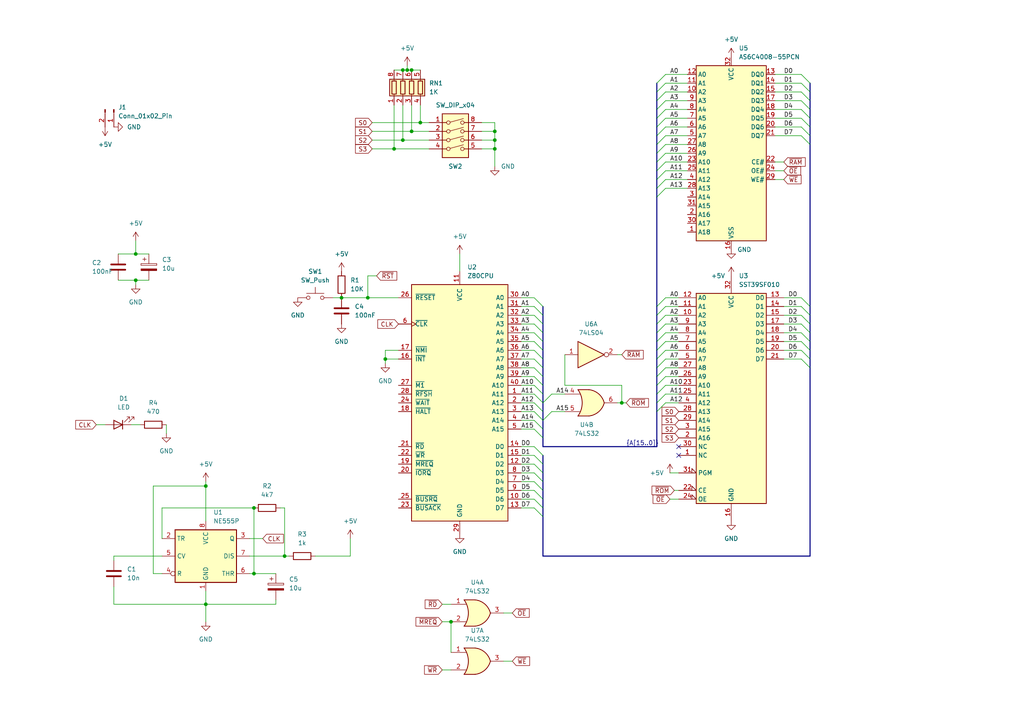
<source format=kicad_sch>
(kicad_sch (version 20230121) (generator eeschema)
  (paper "A4")
  (lib_symbols
    (symbol "74xx:74LS04"
      (property "Reference" "U" (at 0 1.27 0))
      (property "Value" "74LS04" (at 0 -1.27 0))
      (symbol "74LS04_1_0"
        (pin input line (at -7.62 0 0) (length 3.81) (name "~") (number "1"))
        (pin output inverted (at 7.62 0 180) (length 3.81) (name "~") (number "2"))
      )
      (symbol "74LS04_2_0"
        (pin input line (at -7.62 0 0) (length 3.81) (name "~") (number "3"))
        (pin output inverted (at 7.62 0 180) (length 3.81) (name "~") (number "4"))
      )
      (symbol "74LS04_3_0"
        (pin input line (at -7.62 0 0) (length 3.81) (name "~") (number "5"))
        (pin output inverted (at 7.62 0 180) (length 3.81) (name "~") (number "6"))
      )
      (symbol "74LS04_4_0"
        (pin output inverted (at 7.62 0 180) (length 3.81) (name "~") (number "8"))
        (pin input line (at -7.62 0 0) (length 3.81) (name "~") (number "9"))
      )
      (symbol "74LS04_5_0"
        (pin output inverted (at 7.62 0 180) (length 3.81) (name "~") (number "10"))
        (pin input line (at -7.62 0 0) (length 3.81) (name "~") (number "11"))
      )
      (symbol "74LS04_6_0"
        (pin output inverted (at 7.62 0 180) (length 3.81) (name "~") (number "12"))
        (pin input line (at -7.62 0 0) (length 3.81) (name "~") (number "13"))
      )
      (symbol "74LS04_7_0"
        (pin power_in line (at 0 12.7 270) (length 5.08) (name "VCC") (number "14"))
        (pin power_in line (at 0 -12.7 90) (length 5.08) (name "GND") (number "7"))
      )
    )
    (symbol "74xx:74LS32" (pin_names (offset 1.016))
      (property "Reference" "U" (at 0 1.27 0))
      (property "Value" "74LS32" (at 0 -1.27 0))
      (symbol "74LS32_1_1"
        (pin input line (at -7.62 2.54 0) (length 4.318) (name "~") (number "1"))
        (pin input line (at -7.62 -2.54 0) (length 4.318) (name "~") (number "2"))
        (pin output line (at 7.62 0 180) (length 3.81) (name "~") (number "3"))
      )
      (symbol "74LS32_1_2"
        (pin input inverted (at -7.62 2.54 0) (length 3.81) (name "~") (number "1"))
        (pin input inverted (at -7.62 -2.54 0) (length 3.81) (name "~") (number "2"))
        (pin output inverted (at 7.62 0 180) (length 3.81) (name "~") (number "3"))
      )
      (symbol "74LS32_2_1"
        (pin input line (at -7.62 2.54 0) (length 4.318) (name "~") (number "4"))
        (pin input line (at -7.62 -2.54 0) (length 4.318) (name "~") (number "5"))
        (pin output line (at 7.62 0 180) (length 3.81) (name "~") (number "6"))
      )
      (symbol "74LS32_2_2"
        (pin input inverted (at -7.62 2.54 0) (length 3.81) (name "~") (number "4"))
        (pin input inverted (at -7.62 -2.54 0) (length 3.81) (name "~") (number "5"))
        (pin output inverted (at 7.62 0 180) (length 3.81) (name "~") (number "6"))
      )
      (symbol "74LS32_3_1"
        (pin input line (at -7.62 -2.54 0) (length 4.318) (name "~") (number "10"))
        (pin output line (at 7.62 0 180) (length 3.81) (name "~") (number "8"))
        (pin input line (at -7.62 2.54 0) (length 4.318) (name "~") (number "9"))
      )
      (symbol "74LS32_3_2"
        (pin input inverted (at -7.62 -2.54 0) (length 3.81) (name "~") (number "10"))
        (pin output inverted (at 7.62 0 180) (length 3.81) (name "~") (number "8"))
        (pin input inverted (at -7.62 2.54 0) (length 3.81) (name "~") (number "9"))
      )
      (symbol "74LS32_4_1"
        (pin output line (at 7.62 0 180) (length 3.81) (name "~") (number "11"))
        (pin input line (at -7.62 2.54 0) (length 4.318) (name "~") (number "12"))
        (pin input line (at -7.62 -2.54 0) (length 4.318) (name "~") (number "13"))
      )
      (symbol "74LS32_4_2"
        (pin output inverted (at 7.62 0 180) (length 3.81) (name "~") (number "11"))
        (pin input inverted (at -7.62 2.54 0) (length 3.81) (name "~") (number "12"))
        (pin input inverted (at -7.62 -2.54 0) (length 3.81) (name "~") (number "13"))
      )
      (symbol "74LS32_5_0"
        (pin power_in line (at 0 12.7 270) (length 5.08) (name "VCC") (number "14"))
        (pin power_in line (at 0 -12.7 90) (length 5.08) (name "GND") (number "7"))
      )
    )
    (symbol "CPU:Z80CPU" (pin_names (offset 1.016))
      (property "Reference" "U" (at -13.97 35.56 0))
      (property "Value" "Z80CPU" (at 6.35 35.56 0))
      (symbol "Z80CPU_1_1"
        (pin output line (at 17.78 2.54 180) (length 3.81) (name "A11") (number "1"))
        (pin bidirectional line (at 17.78 -27.94 180) (length 3.81) (name "D6") (number "10"))
        (pin power_in line (at 0 38.1 270) (length 3.81) (name "VCC") (number "11"))
        (pin bidirectional line (at 17.78 -17.78 180) (length 3.81) (name "D2") (number "12"))
        (pin bidirectional line (at 17.78 -30.48 180) (length 3.81) (name "D7") (number "13"))
        (pin bidirectional line (at 17.78 -12.7 180) (length 3.81) (name "D0") (number "14"))
        (pin bidirectional line (at 17.78 -15.24 180) (length 3.81) (name "D1") (number "15"))
        (pin input line (at -17.78 12.7 0) (length 3.81) (name "~{INT}") (number "16"))
        (pin input line (at -17.78 15.24 0) (length 3.81) (name "~{NMI}") (number "17"))
        (pin output line (at -17.78 -2.54 0) (length 3.81) (name "~{HALT}") (number "18"))
        (pin output line (at -17.78 -17.78 0) (length 3.81) (name "~{MREQ}") (number "19"))
        (pin output line (at 17.78 0 180) (length 3.81) (name "A12") (number "2"))
        (pin output line (at -17.78 -20.32 0) (length 3.81) (name "~{IORQ}") (number "20"))
        (pin output line (at -17.78 -12.7 0) (length 3.81) (name "~{RD}") (number "21"))
        (pin output line (at -17.78 -15.24 0) (length 3.81) (name "~{WR}") (number "22"))
        (pin output line (at -17.78 -30.48 0) (length 3.81) (name "~{BUSACK}") (number "23"))
        (pin input line (at -17.78 0 0) (length 3.81) (name "~{WAIT}") (number "24"))
        (pin input line (at -17.78 -27.94 0) (length 3.81) (name "~{BUSRQ}") (number "25"))
        (pin input line (at -17.78 30.48 0) (length 3.81) (name "~{RESET}") (number "26"))
        (pin output line (at -17.78 5.08 0) (length 3.81) (name "~{M1}") (number "27"))
        (pin output line (at -17.78 2.54 0) (length 3.81) (name "~{RFSH}") (number "28"))
        (pin power_in line (at 0 -38.1 90) (length 3.81) (name "GND") (number "29"))
        (pin output line (at 17.78 -2.54 180) (length 3.81) (name "A13") (number "3"))
        (pin output line (at 17.78 30.48 180) (length 3.81) (name "A0") (number "30"))
        (pin output line (at 17.78 27.94 180) (length 3.81) (name "A1") (number "31"))
        (pin output line (at 17.78 25.4 180) (length 3.81) (name "A2") (number "32"))
        (pin output line (at 17.78 22.86 180) (length 3.81) (name "A3") (number "33"))
        (pin output line (at 17.78 20.32 180) (length 3.81) (name "A4") (number "34"))
        (pin output line (at 17.78 17.78 180) (length 3.81) (name "A5") (number "35"))
        (pin output line (at 17.78 15.24 180) (length 3.81) (name "A6") (number "36"))
        (pin output line (at 17.78 12.7 180) (length 3.81) (name "A7") (number "37"))
        (pin output line (at 17.78 10.16 180) (length 3.81) (name "A8") (number "38"))
        (pin output line (at 17.78 7.62 180) (length 3.81) (name "A9") (number "39"))
        (pin output line (at 17.78 -5.08 180) (length 3.81) (name "A14") (number "4"))
        (pin output line (at 17.78 5.08 180) (length 3.81) (name "A10") (number "40"))
        (pin output line (at 17.78 -7.62 180) (length 3.81) (name "A15") (number "5"))
        (pin input clock (at -17.78 22.86 0) (length 3.81) (name "~{CLK}") (number "6"))
        (pin bidirectional line (at 17.78 -22.86 180) (length 3.81) (name "D4") (number "7"))
        (pin bidirectional line (at 17.78 -20.32 180) (length 3.81) (name "D3") (number "8"))
        (pin bidirectional line (at 17.78 -25.4 180) (length 3.81) (name "D5") (number "9"))
      )
    )
    (symbol "Connector:Conn_01x02_Pin" (pin_names (offset 1.016) hide)
      (property "Reference" "J" (at 0 2.54 0))
      (property "Value" "Conn_01x02_Pin" (at 0 -5.08 0))
      (symbol "Conn_01x02_Pin_1_1"
        (pin passive line (at 5.08 0 180) (length 3.81) (name "Pin_1") (number "1"))
        (pin passive line (at 5.08 -2.54 180) (length 3.81) (name "Pin_2") (number "2"))
      )
    )
    (symbol "Device:C" (pin_numbers hide) (pin_names (offset 0.254))
      (property "Reference" "C" (at 0.635 2.54 0))
      (property "Value" "C" (at 0.635 -2.54 0))
      (symbol "C_1_1"
        (pin passive line (at 0 3.81 270) (length 2.794) (name "~") (number "1"))
        (pin passive line (at 0 -3.81 90) (length 2.794) (name "~") (number "2"))
      )
    )
    (symbol "Device:C_Polarized" (pin_numbers hide) (pin_names (offset 0.254))
      (property "Reference" "C" (at 0.635 2.54 0))
      (property "Value" "C_Polarized" (at 0.635 -2.54 0))
      (symbol "C_Polarized_1_1"
        (pin passive line (at 0 3.81 270) (length 2.794) (name "~") (number "1"))
        (pin passive line (at 0 -3.81 90) (length 2.794) (name "~") (number "2"))
      )
    )
    (symbol "Device:LED" (pin_numbers hide) (pin_names (offset 1.016) hide)
      (property "Reference" "D" (at 0 2.54 0))
      (property "Value" "LED" (at 0 -2.54 0))
      (symbol "LED_1_1"
        (pin passive line (at -3.81 0 0) (length 2.54) (name "K") (number "1"))
        (pin passive line (at 3.81 0 180) (length 2.54) (name "A") (number "2"))
      )
    )
    (symbol "Device:R" (pin_numbers hide) (pin_names (offset 0))
      (property "Reference" "R" (at 2.032 0 90))
      (property "Value" "R" (at 0 0 90))
      (symbol "R_1_1"
        (pin passive line (at 0 3.81 270) (length 1.27) (name "~") (number "1"))
        (pin passive line (at 0 -3.81 90) (length 1.27) (name "~") (number "2"))
      )
    )
    (symbol "Device:R_Pack04" (pin_names (offset 0) hide)
      (property "Reference" "RN" (at -7.62 0 90))
      (property "Value" "R_Pack04" (at 5.08 0 90))
      (symbol "R_Pack04_1_1"
        (pin passive line (at -5.08 -5.08 90) (length 2.54) (name "R1.1") (number "1"))
        (pin passive line (at -2.54 -5.08 90) (length 2.54) (name "R2.1") (number "2"))
        (pin passive line (at 0 -5.08 90) (length 2.54) (name "R3.1") (number "3"))
        (pin passive line (at 2.54 -5.08 90) (length 2.54) (name "R4.1") (number "4"))
        (pin passive line (at 2.54 5.08 270) (length 2.54) (name "R4.2") (number "5"))
        (pin passive line (at 0 5.08 270) (length 2.54) (name "R3.2") (number "6"))
        (pin passive line (at -2.54 5.08 270) (length 2.54) (name "R2.2") (number "7"))
        (pin passive line (at -5.08 5.08 270) (length 2.54) (name "R1.2") (number "8"))
      )
    )
    (symbol "Memory_Flash:SST39SF010"
      (property "Reference" "U" (at 2.54 33.02 0))
      (property "Value" "SST39SF010" (at 0 -30.48 0))
      (symbol "SST39SF010_0_0"
        (pin power_in line (at 0 -34.29 90) (length 5.08) (name "GND") (number "16"))
        (pin power_in line (at 0 36.83 270) (length 5.08) (name "VCC") (number "32"))
      )
      (symbol "SST39SF010_1_1"
        (pin input line (at -15.24 -15.24 0) (length 5.08) (name "NC") (number "1"))
        (pin input line (at -15.24 25.4 0) (length 5.08) (name "A2") (number "10"))
        (pin input line (at -15.24 27.94 0) (length 5.08) (name "A1") (number "11"))
        (pin input line (at -15.24 30.48 0) (length 5.08) (name "A0") (number "12"))
        (pin tri_state line (at 15.24 30.48 180) (length 5.08) (name "D0") (number "13"))
        (pin tri_state line (at 15.24 27.94 180) (length 5.08) (name "D1") (number "14"))
        (pin tri_state line (at 15.24 25.4 180) (length 5.08) (name "D2") (number "15"))
        (pin tri_state line (at 15.24 22.86 180) (length 5.08) (name "D3") (number "17"))
        (pin tri_state line (at 15.24 20.32 180) (length 5.08) (name "D4") (number "18"))
        (pin tri_state line (at 15.24 17.78 180) (length 5.08) (name "D5") (number "19"))
        (pin input line (at -15.24 -10.16 0) (length 5.08) (name "A16") (number "2"))
        (pin tri_state line (at 15.24 15.24 180) (length 5.08) (name "D6") (number "20"))
        (pin tri_state line (at 15.24 12.7 180) (length 5.08) (name "D7") (number "21"))
        (pin input input_low (at -15.24 -25.4 0) (length 5.08) (name "CE") (number "22"))
        (pin input line (at -15.24 5.08 0) (length 5.08) (name "A10") (number "23"))
        (pin input input_low (at -15.24 -27.94 0) (length 5.08) (name "OE") (number "24"))
        (pin input line (at -15.24 2.54 0) (length 5.08) (name "A11") (number "25"))
        (pin input line (at -15.24 7.62 0) (length 5.08) (name "A9") (number "26"))
        (pin input line (at -15.24 10.16 0) (length 5.08) (name "A8") (number "27"))
        (pin input line (at -15.24 -2.54 0) (length 5.08) (name "A13") (number "28"))
        (pin input line (at -15.24 -5.08 0) (length 5.08) (name "A14") (number "29"))
        (pin input line (at -15.24 -7.62 0) (length 5.08) (name "A15") (number "3"))
        (pin input line (at -15.24 -12.7 0) (length 5.08) (name "NC") (number "30"))
        (pin input input_low (at -15.24 -20.32 0) (length 5.08) (name "PGM") (number "31"))
        (pin input line (at -15.24 0 0) (length 5.08) (name "A12") (number "4"))
        (pin input line (at -15.24 12.7 0) (length 5.08) (name "A7") (number "5"))
        (pin input line (at -15.24 15.24 0) (length 5.08) (name "A6") (number "6"))
        (pin input line (at -15.24 17.78 0) (length 5.08) (name "A5") (number "7"))
        (pin input line (at -15.24 20.32 0) (length 5.08) (name "A4") (number "8"))
        (pin input line (at -15.24 22.86 0) (length 5.08) (name "A3") (number "9"))
      )
    )
    (symbol "Memory_RAM:AS6C4008-55PCN"
      (property "Reference" "U" (at -10.16 26.035 0))
      (property "Value" "AS6C4008-55PCN" (at 2.54 26.035 0))
      (symbol "AS6C4008-55PCN_0_0"
        (pin power_in line (at 0 -27.94 90) (length 2.54) (name "VSS") (number "16"))
        (pin power_in line (at 0 27.94 270) (length 2.54) (name "VCC") (number "32"))
      )
      (symbol "AS6C4008-55PCN_1_1"
        (pin input line (at -12.7 -22.86 0) (length 2.54) (name "A18") (number "1"))
        (pin input line (at -12.7 17.78 0) (length 2.54) (name "A2") (number "10"))
        (pin input line (at -12.7 20.32 0) (length 2.54) (name "A1") (number "11"))
        (pin input line (at -12.7 22.86 0) (length 2.54) (name "A0") (number "12"))
        (pin tri_state line (at 12.7 22.86 180) (length 2.54) (name "DQ0") (number "13"))
        (pin tri_state line (at 12.7 20.32 180) (length 2.54) (name "DQ1") (number "14"))
        (pin tri_state line (at 12.7 17.78 180) (length 2.54) (name "DQ2") (number "15"))
        (pin tri_state line (at 12.7 15.24 180) (length 2.54) (name "DQ3") (number "17"))
        (pin tri_state line (at 12.7 12.7 180) (length 2.54) (name "DQ4") (number "18"))
        (pin tri_state line (at 12.7 10.16 180) (length 2.54) (name "DQ5") (number "19"))
        (pin input line (at -12.7 -17.78 0) (length 2.54) (name "A16") (number "2"))
        (pin tri_state line (at 12.7 7.62 180) (length 2.54) (name "DQ6") (number "20"))
        (pin tri_state line (at 12.7 5.08 180) (length 2.54) (name "DQ7") (number "21"))
        (pin input line (at 12.7 -2.54 180) (length 2.54) (name "CE#") (number "22"))
        (pin input line (at -12.7 -2.54 0) (length 2.54) (name "A10") (number "23"))
        (pin input line (at 12.7 -5.08 180) (length 2.54) (name "OE#") (number "24"))
        (pin input line (at -12.7 -5.08 0) (length 2.54) (name "A11") (number "25"))
        (pin input line (at -12.7 0 0) (length 2.54) (name "A9") (number "26"))
        (pin input line (at -12.7 2.54 0) (length 2.54) (name "A8") (number "27"))
        (pin input line (at -12.7 -10.16 0) (length 2.54) (name "A13") (number "28"))
        (pin input line (at 12.7 -7.62 180) (length 2.54) (name "WE#") (number "29"))
        (pin input line (at -12.7 -12.7 0) (length 2.54) (name "A14") (number "3"))
        (pin input line (at -12.7 -20.32 0) (length 2.54) (name "A17") (number "30"))
        (pin input line (at -12.7 -15.24 0) (length 2.54) (name "A15") (number "31"))
        (pin input line (at -12.7 -7.62 0) (length 2.54) (name "A12") (number "4"))
        (pin input line (at -12.7 5.08 0) (length 2.54) (name "A7") (number "5"))
        (pin input line (at -12.7 7.62 0) (length 2.54) (name "A6") (number "6"))
        (pin input line (at -12.7 10.16 0) (length 2.54) (name "A5") (number "7"))
        (pin input line (at -12.7 12.7 0) (length 2.54) (name "A4") (number "8"))
        (pin input line (at -12.7 15.24 0) (length 2.54) (name "A3") (number "9"))
      )
    )
    (symbol "Switch:SW_DIP_x04" (pin_names (offset 0) hide)
      (property "Reference" "SW" (at 0 8.89 0))
      (property "Value" "SW_DIP_x04" (at 0 -6.35 0))
      (symbol "SW_DIP_x04_1_1"
        (pin passive line (at -7.62 5.08 0) (length 5.08) (name "~") (number "1"))
        (pin passive line (at -7.62 2.54 0) (length 5.08) (name "~") (number "2"))
        (pin passive line (at -7.62 0 0) (length 5.08) (name "~") (number "3"))
        (pin passive line (at -7.62 -2.54 0) (length 5.08) (name "~") (number "4"))
        (pin passive line (at 7.62 -2.54 180) (length 5.08) (name "~") (number "5"))
        (pin passive line (at 7.62 0 180) (length 5.08) (name "~") (number "6"))
        (pin passive line (at 7.62 2.54 180) (length 5.08) (name "~") (number "7"))
        (pin passive line (at 7.62 5.08 180) (length 5.08) (name "~") (number "8"))
      )
    )
    (symbol "Switch:SW_Push" (pin_numbers hide) (pin_names (offset 1.016) hide)
      (property "Reference" "SW" (at 1.27 2.54 0))
      (property "Value" "SW_Push" (at 0 -1.524 0))
      (symbol "SW_Push_0_1"
        (pin passive line (at -5.08 0 0) (length 2.54) (name "1") (number "1"))
        (pin passive line (at 5.08 0 180) (length 2.54) (name "2") (number "2"))
      )
    )
    (symbol "Timer:NE555P"
      (property "Reference" "U" (at -10.16 8.89 0))
      (property "Value" "NE555P" (at 2.54 8.89 0))
      (symbol "NE555P_0_0"
        (pin power_in line (at 0 -10.16 90) (length 2.54) (name "GND") (number "1"))
        (pin power_in line (at 0 10.16 270) (length 2.54) (name "VCC") (number "8"))
      )
      (symbol "NE555P_1_1"
        (pin input line (at -12.7 5.08 0) (length 3.81) (name "TR") (number "2"))
        (pin output line (at 12.7 5.08 180) (length 3.81) (name "Q") (number "3"))
        (pin input inverted (at -12.7 -5.08 0) (length 3.81) (name "R") (number "4"))
        (pin input line (at -12.7 0 0) (length 3.81) (name "CV") (number "5"))
        (pin input line (at 12.7 -5.08 180) (length 3.81) (name "THR") (number "6"))
        (pin input line (at 12.7 0 180) (length 3.81) (name "DIS") (number "7"))
      )
    )
    (symbol "power:+5V" (power) (pin_names (offset 0))
      (property "Value" "+5V" (at 0 3.556 0))
      (symbol "+5V_1_1"
        (pin power_in line (at 0 0 90) (length 0) hide (name "+5V") (number "1"))
      )
    )
    (symbol "power:GND" (power) (pin_names (offset 0))
      (property "Value" "GND" (at 0 -3.81 0))
      (symbol "GND_1_1"
        (pin power_in line (at 0 0 270) (length 0) hide (name "GND") (number "1"))
      )
    )
  )
  (junction (at 39.37 81.28))
  (junction (at 143.51 40.64))
  (junction (at 121.92 35.56))
  (junction (at 130.81 180.34))
  (junction (at 118.11 20.32))
  (junction (at 143.51 43.18))
  (junction (at 114.3 43.18))
  (junction (at 59.69 140.97))
  (junction (at 82.55 161.29))
  (junction (at 119.38 38.1))
  (junction (at 116.84 20.32))
  (junction (at 39.37 73.66))
  (junction (at 73.66 147.32))
  (junction (at 116.84 40.64))
  (junction (at 106.68 86.36))
  (junction (at 99.06 86.36))
  (junction (at 119.38 20.32))
  (junction (at 59.69 175.26))
  (junction (at 73.66 166.37))
  (junction (at 143.51 38.1))
  (junction (at 180.34 116.84))
  (junction (at 111.76 104.14))
  (no_connect (at 196.85 132.08))
  (no_connect (at 196.85 129.54))
  (bus_entry (at 154.94 119.38) (size 2.54 2.54))
  (bus_entry (at 232.41 21.59) (size 2.54 2.54))
  (bus_entry (at 190.5 93.98) (size 2.54 -2.54))
  (bus_entry (at 232.41 101.6) (size 2.54 2.54))
  (bus_entry (at 190.5 109.22) (size 2.54 -2.54))
  (bus_entry (at 154.94 104.14) (size 2.54 2.54))
  (bus_entry (at 190.5 49.53) (size 2.54 -2.54))
  (bus_entry (at 232.41 29.21) (size 2.54 2.54))
  (bus_entry (at 190.5 46.99) (size 2.54 -2.54))
  (bus_entry (at 154.94 147.32) (size 2.54 2.54))
  (bus_entry (at 232.41 36.83) (size 2.54 2.54))
  (bus_entry (at 190.5 36.83) (size 2.54 -2.54))
  (bus_entry (at 190.5 114.3) (size 2.54 -2.54))
  (bus_entry (at 154.94 132.08) (size 2.54 2.54))
  (bus_entry (at 157.48 116.84) (size 2.54 -2.54))
  (bus_entry (at 154.94 96.52) (size 2.54 2.54))
  (bus_entry (at 154.94 93.98) (size 2.54 2.54))
  (bus_entry (at 232.41 34.29) (size 2.54 2.54))
  (bus_entry (at 190.5 57.15) (size 2.54 -2.54))
  (bus_entry (at 154.94 99.06) (size 2.54 2.54))
  (bus_entry (at 190.5 44.45) (size 2.54 -2.54))
  (bus_entry (at 190.5 101.6) (size 2.54 -2.54))
  (bus_entry (at 154.94 106.68) (size 2.54 2.54))
  (bus_entry (at 154.94 142.24) (size 2.54 2.54))
  (bus_entry (at 154.94 134.62) (size 2.54 2.54))
  (bus_entry (at 190.5 41.91) (size 2.54 -2.54))
  (bus_entry (at 154.94 91.44) (size 2.54 2.54))
  (bus_entry (at 154.94 129.54) (size 2.54 2.54))
  (bus_entry (at 190.5 96.52) (size 2.54 -2.54))
  (bus_entry (at 154.94 124.46) (size 2.54 2.54))
  (bus_entry (at 190.5 52.07) (size 2.54 -2.54))
  (bus_entry (at 154.94 139.7) (size 2.54 2.54))
  (bus_entry (at 232.41 86.36) (size 2.54 2.54))
  (bus_entry (at 190.5 29.21) (size 2.54 -2.54))
  (bus_entry (at 232.41 91.44) (size 2.54 2.54))
  (bus_entry (at 190.5 116.84) (size 2.54 -2.54))
  (bus_entry (at 154.94 114.3) (size 2.54 2.54))
  (bus_entry (at 232.41 99.06) (size 2.54 2.54))
  (bus_entry (at 190.5 106.68) (size 2.54 -2.54))
  (bus_entry (at 190.5 54.61) (size 2.54 -2.54))
  (bus_entry (at 154.94 88.9) (size 2.54 2.54))
  (bus_entry (at 232.41 88.9) (size 2.54 2.54))
  (bus_entry (at 154.94 86.36) (size 2.54 2.54))
  (bus_entry (at 232.41 104.14) (size 2.54 2.54))
  (bus_entry (at 154.94 116.84) (size 2.54 2.54))
  (bus_entry (at 157.48 121.92) (size 2.54 -2.54))
  (bus_entry (at 190.5 119.38) (size 2.54 -2.54))
  (bus_entry (at 154.94 137.16) (size 2.54 2.54))
  (bus_entry (at 190.5 88.9) (size 2.54 -2.54))
  (bus_entry (at 154.94 101.6) (size 2.54 2.54))
  (bus_entry (at 190.5 99.06) (size 2.54 -2.54))
  (bus_entry (at 154.94 144.78) (size 2.54 2.54))
  (bus_entry (at 190.5 26.67) (size 2.54 -2.54))
  (bus_entry (at 154.94 109.22) (size 2.54 2.54))
  (bus_entry (at 232.41 96.52) (size 2.54 2.54))
  (bus_entry (at 154.94 111.76) (size 2.54 2.54))
  (bus_entry (at 190.5 39.37) (size 2.54 -2.54))
  (bus_entry (at 190.5 91.44) (size 2.54 -2.54))
  (bus_entry (at 232.41 24.13) (size 2.54 2.54))
  (bus_entry (at 190.5 31.75) (size 2.54 -2.54))
  (bus_entry (at 190.5 34.29) (size 2.54 -2.54))
  (bus_entry (at 190.5 104.14) (size 2.54 -2.54))
  (bus_entry (at 232.41 39.37) (size 2.54 2.54))
  (bus_entry (at 232.41 26.67) (size 2.54 2.54))
  (bus_entry (at 232.41 93.98) (size 2.54 2.54))
  (bus_entry (at 232.41 31.75) (size 2.54 2.54))
  (bus_entry (at 190.5 24.13) (size 2.54 -2.54))
  (bus_entry (at 154.94 121.92) (size 2.54 2.54))
  (bus_entry (at 190.5 111.76) (size 2.54 -2.54))
  (wire (pts (xy 48.26 123.19) (xy 48.26 125.73)))
  (bus (pts (xy 157.48 124.46) (xy 157.48 127)))
  (bus (pts (xy 190.5 101.6) (xy 190.5 104.14)))
  (wire (pts (xy 33.02 161.29) (xy 46.99 161.29)))
  (wire (pts (xy 59.69 175.26) (xy 59.69 180.34)))
  (wire (pts (xy 106.68 86.36) (xy 115.57 86.36)))
  (wire (pts (xy 59.69 171.45) (xy 59.69 175.26)))
  (wire (pts (xy 151.13 147.32) (xy 154.94 147.32)))
  (wire (pts (xy 121.92 35.56) (xy 121.92 30.48)))
  (bus (pts (xy 157.48 144.78) (xy 157.48 147.32)))
  (wire (pts (xy 193.04 96.52) (xy 196.85 96.52)))
  (wire (pts (xy 82.55 161.29) (xy 83.82 161.29)))
  (bus (pts (xy 157.48 139.7) (xy 157.48 142.24)))
  (wire (pts (xy 193.04 104.14) (xy 196.85 104.14)))
  (bus (pts (xy 157.48 111.76) (xy 157.48 114.3)))
  (wire (pts (xy 193.04 29.21) (xy 199.39 29.21)))
  (wire (pts (xy 96.52 86.36) (xy 99.06 86.36)))
  (bus (pts (xy 234.95 39.37) (xy 234.95 41.91)))
  (wire (pts (xy 133.35 73.66) (xy 133.35 78.74)))
  (wire (pts (xy 73.66 166.37) (xy 80.01 166.37)))
  (wire (pts (xy 194.31 137.16) (xy 196.85 137.16)))
  (bus (pts (xy 190.5 44.45) (xy 190.5 46.99)))
  (wire (pts (xy 107.95 43.18) (xy 114.3 43.18)))
  (wire (pts (xy 143.51 38.1) (xy 143.51 40.64)))
  (wire (pts (xy 139.7 38.1) (xy 143.51 38.1)))
  (bus (pts (xy 234.95 26.67) (xy 234.95 29.21)))
  (wire (pts (xy 227.33 88.9) (xy 232.41 88.9)))
  (wire (pts (xy 76.2 156.21) (xy 72.39 156.21)))
  (wire (pts (xy 151.13 132.08) (xy 154.94 132.08)))
  (wire (pts (xy 111.76 104.14) (xy 111.76 105.41)))
  (bus (pts (xy 234.95 101.6) (xy 234.95 104.14)))
  (wire (pts (xy 124.46 43.18) (xy 114.3 43.18)))
  (bus (pts (xy 234.95 34.29) (xy 234.95 36.83)))
  (bus (pts (xy 157.48 119.38) (xy 157.48 121.92)))
  (wire (pts (xy 151.13 93.98) (xy 154.94 93.98)))
  (wire (pts (xy 151.13 142.24) (xy 154.94 142.24)))
  (wire (pts (xy 118.11 19.05) (xy 118.11 20.32)))
  (wire (pts (xy 232.41 86.36) (xy 227.33 86.36)))
  (wire (pts (xy 73.66 147.32) (xy 73.66 166.37)))
  (wire (pts (xy 180.34 111.76) (xy 180.34 116.84)))
  (wire (pts (xy 151.13 144.78) (xy 154.94 144.78)))
  (bus (pts (xy 190.5 41.91) (xy 190.5 44.45)))
  (wire (pts (xy 130.81 180.34) (xy 130.81 189.23)))
  (bus (pts (xy 190.5 88.9) (xy 190.5 91.44)))
  (bus (pts (xy 157.48 88.9) (xy 157.48 91.44)))
  (wire (pts (xy 124.46 35.56) (xy 121.92 35.56)))
  (wire (pts (xy 193.04 36.83) (xy 199.39 36.83)))
  (wire (pts (xy 151.13 106.68) (xy 154.94 106.68)))
  (wire (pts (xy 27.94 123.19) (xy 30.48 123.19)))
  (wire (pts (xy 46.99 166.37) (xy 44.45 166.37)))
  (bus (pts (xy 234.95 88.9) (xy 234.95 91.44)))
  (wire (pts (xy 151.13 88.9) (xy 154.94 88.9)))
  (wire (pts (xy 160.02 119.38) (xy 163.83 119.38)))
  (bus (pts (xy 190.5 96.52) (xy 190.5 99.06)))
  (bus (pts (xy 157.48 129.54) (xy 190.5 129.54)))
  (bus (pts (xy 157.48 91.44) (xy 157.48 93.98)))
  (bus (pts (xy 234.95 41.91) (xy 234.95 88.9)))
  (wire (pts (xy 128.27 175.26) (xy 130.81 175.26)))
  (wire (pts (xy 224.79 21.59) (xy 232.41 21.59)))
  (wire (pts (xy 151.13 86.36) (xy 154.94 86.36)))
  (wire (pts (xy 109.22 80.01) (xy 106.68 80.01)))
  (wire (pts (xy 107.95 40.64) (xy 116.84 40.64)))
  (wire (pts (xy 80.01 175.26) (xy 59.69 175.26)))
  (wire (pts (xy 119.38 38.1) (xy 119.38 30.48)))
  (bus (pts (xy 190.5 29.21) (xy 190.5 31.75)))
  (wire (pts (xy 193.04 52.07) (xy 199.39 52.07)))
  (bus (pts (xy 157.48 93.98) (xy 157.48 96.52)))
  (wire (pts (xy 59.69 139.7) (xy 59.69 140.97)))
  (wire (pts (xy 139.7 35.56) (xy 143.51 35.56)))
  (wire (pts (xy 39.37 73.66) (xy 43.18 73.66)))
  (wire (pts (xy 116.84 20.32) (xy 118.11 20.32)))
  (bus (pts (xy 190.5 114.3) (xy 190.5 116.84)))
  (bus (pts (xy 157.48 101.6) (xy 157.48 104.14)))
  (wire (pts (xy 193.04 86.36) (xy 196.85 86.36)))
  (wire (pts (xy 194.31 144.78) (xy 196.85 144.78)))
  (bus (pts (xy 157.48 104.14) (xy 157.48 106.68)))
  (wire (pts (xy 151.13 139.7) (xy 154.94 139.7)))
  (wire (pts (xy 151.13 114.3) (xy 154.94 114.3)))
  (wire (pts (xy 34.29 81.28) (xy 39.37 81.28)))
  (wire (pts (xy 44.45 140.97) (xy 44.45 166.37)))
  (bus (pts (xy 190.5 99.06) (xy 190.5 101.6)))
  (wire (pts (xy 115.57 101.6) (xy 111.76 101.6)))
  (wire (pts (xy 101.6 156.21) (xy 101.6 161.29)))
  (wire (pts (xy 193.04 101.6) (xy 196.85 101.6)))
  (wire (pts (xy 124.46 40.64) (xy 116.84 40.64)))
  (bus (pts (xy 234.95 91.44) (xy 234.95 93.98)))
  (bus (pts (xy 190.5 111.76) (xy 190.5 114.3)))
  (wire (pts (xy 39.37 81.28) (xy 43.18 81.28)))
  (wire (pts (xy 44.45 140.97) (xy 59.69 140.97)))
  (bus (pts (xy 157.48 109.22) (xy 157.48 111.76)))
  (wire (pts (xy 224.79 34.29) (xy 232.41 34.29)))
  (wire (pts (xy 106.68 80.01) (xy 106.68 86.36)))
  (wire (pts (xy 111.76 101.6) (xy 111.76 104.14)))
  (bus (pts (xy 234.95 31.75) (xy 234.95 34.29)))
  (bus (pts (xy 190.5 36.83) (xy 190.5 39.37)))
  (bus (pts (xy 190.5 52.07) (xy 190.5 54.61)))
  (wire (pts (xy 151.13 116.84) (xy 154.94 116.84)))
  (bus (pts (xy 157.48 147.32) (xy 157.48 149.86)))
  (bus (pts (xy 157.48 96.52) (xy 157.48 99.06)))
  (wire (pts (xy 193.04 111.76) (xy 196.85 111.76)))
  (wire (pts (xy 181.61 116.84) (xy 180.34 116.84)))
  (bus (pts (xy 157.48 106.68) (xy 157.48 109.22)))
  (wire (pts (xy 193.04 26.67) (xy 199.39 26.67)))
  (wire (pts (xy 227.33 99.06) (xy 232.41 99.06)))
  (wire (pts (xy 193.04 34.29) (xy 199.39 34.29)))
  (wire (pts (xy 139.7 43.18) (xy 143.51 43.18)))
  (wire (pts (xy 160.02 114.3) (xy 163.83 114.3)))
  (wire (pts (xy 179.07 102.87) (xy 180.34 102.87)))
  (bus (pts (xy 234.95 106.68) (xy 234.95 161.29)))
  (wire (pts (xy 163.83 102.87) (xy 163.83 111.76)))
  (wire (pts (xy 151.13 121.92) (xy 154.94 121.92)))
  (wire (pts (xy 99.06 86.36) (xy 106.68 86.36)))
  (wire (pts (xy 151.13 134.62) (xy 154.94 134.62)))
  (wire (pts (xy 193.04 44.45) (xy 199.39 44.45)))
  (bus (pts (xy 190.5 46.99) (xy 190.5 49.53)))
  (wire (pts (xy 193.04 106.68) (xy 196.85 106.68)))
  (wire (pts (xy 227.33 96.52) (xy 232.41 96.52)))
  (bus (pts (xy 157.48 127) (xy 157.48 129.54)))
  (bus (pts (xy 157.48 142.24) (xy 157.48 144.78)))
  (wire (pts (xy 224.79 29.21) (xy 232.41 29.21)))
  (bus (pts (xy 190.5 24.13) (xy 190.5 26.67)))
  (wire (pts (xy 139.7 40.64) (xy 143.51 40.64)))
  (bus (pts (xy 190.5 104.14) (xy 190.5 106.68)))
  (wire (pts (xy 151.13 99.06) (xy 154.94 99.06)))
  (wire (pts (xy 33.02 175.26) (xy 33.02 170.18)))
  (bus (pts (xy 157.48 132.08) (xy 157.48 134.62)))
  (bus (pts (xy 157.48 121.92) (xy 157.48 124.46)))
  (bus (pts (xy 190.5 57.15) (xy 190.5 88.9)))
  (wire (pts (xy 151.13 124.46) (xy 154.94 124.46)))
  (wire (pts (xy 227.33 104.14) (xy 232.41 104.14)))
  (wire (pts (xy 143.51 40.64) (xy 143.51 43.18)))
  (bus (pts (xy 157.48 114.3) (xy 157.48 116.84)))
  (bus (pts (xy 157.48 134.62) (xy 157.48 137.16)))
  (wire (pts (xy 151.13 119.38) (xy 154.94 119.38)))
  (wire (pts (xy 151.13 109.22) (xy 154.94 109.22)))
  (wire (pts (xy 227.33 93.98) (xy 232.41 93.98)))
  (wire (pts (xy 227.33 91.44) (xy 232.41 91.44)))
  (bus (pts (xy 234.95 24.13) (xy 234.95 26.67)))
  (wire (pts (xy 39.37 81.28) (xy 39.37 82.55)))
  (wire (pts (xy 119.38 20.32) (xy 121.92 20.32)))
  (wire (pts (xy 107.95 38.1) (xy 119.38 38.1)))
  (wire (pts (xy 151.13 137.16) (xy 154.94 137.16)))
  (bus (pts (xy 157.48 149.86) (xy 157.48 161.29)))
  (wire (pts (xy 193.04 109.22) (xy 196.85 109.22)))
  (wire (pts (xy 193.04 39.37) (xy 199.39 39.37)))
  (wire (pts (xy 193.04 41.91) (xy 199.39 41.91)))
  (wire (pts (xy 101.6 161.29) (xy 91.44 161.29)))
  (wire (pts (xy 38.1 123.19) (xy 40.64 123.19)))
  (wire (pts (xy 118.11 20.32) (xy 119.38 20.32)))
  (wire (pts (xy 193.04 93.98) (xy 196.85 93.98)))
  (bus (pts (xy 234.95 36.83) (xy 234.95 39.37)))
  (wire (pts (xy 193.04 91.44) (xy 196.85 91.44)))
  (wire (pts (xy 193.04 31.75) (xy 199.39 31.75)))
  (wire (pts (xy 227.33 101.6) (xy 232.41 101.6)))
  (wire (pts (xy 146.05 191.77) (xy 148.59 191.77)))
  (wire (pts (xy 114.3 43.18) (xy 114.3 30.48)))
  (wire (pts (xy 59.69 175.26) (xy 33.02 175.26)))
  (bus (pts (xy 234.95 104.14) (xy 234.95 106.68)))
  (wire (pts (xy 151.13 91.44) (xy 154.94 91.44)))
  (wire (pts (xy 72.39 166.37) (xy 73.66 166.37)))
  (wire (pts (xy 124.46 38.1) (xy 119.38 38.1)))
  (bus (pts (xy 190.5 49.53) (xy 190.5 52.07)))
  (wire (pts (xy 82.55 147.32) (xy 82.55 161.29)))
  (wire (pts (xy 114.3 20.32) (xy 116.84 20.32)))
  (wire (pts (xy 143.51 35.56) (xy 143.51 38.1)))
  (bus (pts (xy 234.95 93.98) (xy 234.95 96.52)))
  (bus (pts (xy 234.95 29.21) (xy 234.95 31.75)))
  (bus (pts (xy 190.5 106.68) (xy 190.5 109.22)))
  (wire (pts (xy 193.04 114.3) (xy 196.85 114.3)))
  (wire (pts (xy 116.84 40.64) (xy 116.84 30.48)))
  (bus (pts (xy 190.5 34.29) (xy 190.5 36.83)))
  (wire (pts (xy 195.58 142.24) (xy 196.85 142.24)))
  (bus (pts (xy 190.5 116.84) (xy 190.5 119.38)))
  (bus (pts (xy 234.95 99.06) (xy 234.95 101.6)))
  (wire (pts (xy 146.05 177.8) (xy 148.59 177.8)))
  (wire (pts (xy 46.99 147.32) (xy 46.99 156.21)))
  (wire (pts (xy 72.39 161.29) (xy 82.55 161.29)))
  (bus (pts (xy 190.5 39.37) (xy 190.5 41.91)))
  (wire (pts (xy 151.13 104.14) (xy 154.94 104.14)))
  (wire (pts (xy 151.13 96.52) (xy 154.94 96.52)))
  (wire (pts (xy 151.13 129.54) (xy 154.94 129.54)))
  (wire (pts (xy 180.34 116.84) (xy 179.07 116.84)))
  (bus (pts (xy 190.5 26.67) (xy 190.5 29.21)))
  (wire (pts (xy 59.69 140.97) (xy 59.69 151.13)))
  (wire (pts (xy 82.55 147.32) (xy 81.28 147.32)))
  (bus (pts (xy 190.5 119.38) (xy 190.5 129.54)))
  (bus (pts (xy 190.5 31.75) (xy 190.5 34.29)))
  (wire (pts (xy 224.79 39.37) (xy 232.41 39.37)))
  (bus (pts (xy 157.48 137.16) (xy 157.48 139.7)))
  (bus (pts (xy 234.95 96.52) (xy 234.95 99.06)))
  (wire (pts (xy 151.13 111.76) (xy 154.94 111.76)))
  (wire (pts (xy 33.02 162.56) (xy 33.02 161.29)))
  (wire (pts (xy 224.79 36.83) (xy 232.41 36.83)))
  (bus (pts (xy 190.5 93.98) (xy 190.5 96.52)))
  (wire (pts (xy 34.29 73.66) (xy 39.37 73.66)))
  (wire (pts (xy 224.79 49.53) (xy 227.33 49.53)))
  (wire (pts (xy 193.04 88.9) (xy 196.85 88.9)))
  (wire (pts (xy 111.76 104.14) (xy 115.57 104.14)))
  (wire (pts (xy 73.66 147.32) (xy 46.99 147.32)))
  (wire (pts (xy 193.04 49.53) (xy 199.39 49.53)))
  (wire (pts (xy 128.27 180.34) (xy 130.81 180.34)))
  (wire (pts (xy 224.79 52.07) (xy 227.33 52.07)))
  (bus (pts (xy 190.5 54.61) (xy 190.5 57.15)))
  (wire (pts (xy 224.79 31.75) (xy 232.41 31.75)))
  (wire (pts (xy 107.95 35.56) (xy 121.92 35.56)))
  (wire (pts (xy 193.04 46.99) (xy 199.39 46.99)))
  (wire (pts (xy 193.04 21.59) (xy 199.39 21.59)))
  (bus (pts (xy 157.48 116.84) (xy 157.48 119.38)))
  (wire (pts (xy 193.04 99.06) (xy 196.85 99.06)))
  (wire (pts (xy 163.83 111.76) (xy 180.34 111.76)))
  (bus (pts (xy 190.5 109.22) (xy 190.5 111.76)))
  (wire (pts (xy 128.27 194.31) (xy 130.81 194.31)))
  (wire (pts (xy 39.37 69.85) (xy 39.37 73.66)))
  (wire (pts (xy 193.04 54.61) (xy 199.39 54.61)))
  (wire (pts (xy 193.04 116.84) (xy 196.85 116.84)))
  (wire (pts (xy 151.13 101.6) (xy 154.94 101.6)))
  (wire (pts (xy 224.79 46.99) (xy 227.33 46.99)))
  (wire (pts (xy 224.79 26.67) (xy 232.41 26.67)))
  (wire (pts (xy 224.79 24.13) (xy 232.41 24.13)))
  (wire (pts (xy 193.04 24.13) (xy 199.39 24.13)))
  (wire (pts (xy 80.01 173.99) (xy 80.01 175.26)))
  (bus (pts (xy 157.48 99.06) (xy 157.48 101.6)))
  (bus (pts (xy 190.5 91.44) (xy 190.5 93.98)))
  (wire (pts (xy 143.51 43.18) (xy 143.51 48.26)))
  (bus (pts (xy 157.48 161.29) (xy 234.95 161.29)))
  (label "A9" (at 151.13 109.22 0))
  (label "A4" (at 194.31 31.75 0))
  (label "A1" (at 194.31 88.9 0))
  (label "A14" (at 161.29 114.3 0))
  (label "A3" (at 194.31 29.21 0))
  (label "A11" (at 194.31 49.53 0))
  (label "A5" (at 194.31 34.29 0))
  (label "D2" (at 151.13 134.62 0))
  (label "{A[15..0]}" (at 181.61 129.54 0))
  (label "A4" (at 194.31 96.52 0))
  (label "A5" (at 194.31 99.06 0))
  (label "D6" (at 227.33 36.83 0))
  (label "D3" (at 227.33 29.21 0))
  (label "D1" (at 228.6 88.9 0))
  (label "D7" (at 227.33 39.37 0))
  (label "D3" (at 228.6 93.98 0))
  (label "A13" (at 194.31 54.61 0))
  (label "A5" (at 151.13 99.06 0))
  (label "A15" (at 151.13 124.46 0))
  (label "D5" (at 151.13 142.24 0))
  (label "A6" (at 194.31 101.6 0))
  (label "A15" (at 161.29 119.38 0))
  (label "A2" (at 151.13 91.44 0))
  (label "D6" (at 151.13 144.78 0))
  (label "A2" (at 194.31 91.44 0))
  (label "A13" (at 151.13 119.38 0))
  (label "D1" (at 227.33 24.13 0))
  (label "A0" (at 194.31 21.59 0))
  (label "A8" (at 194.31 106.68 0))
  (label "D2" (at 227.33 26.67 0))
  (label "D5" (at 227.33 34.29 0))
  (label "D6" (at 228.6 101.6 0))
  (label "A8" (at 151.13 106.68 0))
  (label "A8" (at 194.31 41.91 0))
  (label "A2" (at 194.31 26.67 0))
  (label "D7" (at 228.6 104.14 0))
  (label "A4" (at 151.13 96.52 0))
  (label "D0" (at 227.33 21.59 0))
  (label "A6" (at 151.13 101.6 0))
  (label "A0" (at 194.31 86.36 0))
  (label "D0" (at 228.6 86.36 0))
  (label "A14" (at 151.13 121.92 0))
  (label "D3" (at 151.13 137.16 0))
  (label "A10" (at 151.13 111.76 0))
  (label "D0" (at 151.13 129.54 0))
  (label "D4" (at 228.6 96.52 0))
  (label "A1" (at 194.31 24.13 0))
  (label "D4" (at 227.33 31.75 0))
  (label "D1" (at 151.13 132.08 0))
  (label "A3" (at 194.31 93.98 0))
  (label "A12" (at 194.31 116.84 0))
  (label "A1" (at 151.13 88.9 0))
  (label "A7" (at 151.13 104.14 0))
  (label "A11" (at 151.13 114.3 0))
  (label "A7" (at 194.31 104.14 0))
  (label "A12" (at 194.31 52.07 0))
  (label "A12" (at 151.13 116.84 0))
  (label "A9" (at 194.31 109.22 0))
  (label "A7" (at 194.31 39.37 0))
  (label "D2" (at 228.6 91.44 0))
  (label "D4" (at 151.13 139.7 0))
  (label "A10" (at 194.31 46.99 0))
  (label "A11" (at 194.31 114.3 0))
  (label "D5" (at 228.6 99.06 0))
  (label "D7" (at 151.13 147.32 0))
  (label "A3" (at 151.13 93.98 0))
  (label "A0" (at 151.13 86.36 0))
  (label "A10" (at 194.31 111.76 0))
  (label "A9" (at 194.31 44.45 0))
  (label "A6" (at 194.31 36.83 0))
  (global_label "S2" (shape input) (at 196.85 124.46 180) (property "Intersheetrefs" "${INTERSHEET_REFS}" (effects hide)))
  (global_label "~{WE}" (shape input) (at 227.33 52.07 0) (property "Intersheetrefs" "${INTERSHEET_REFS}" (effects hide)))
  (global_label "~{ROM}" (shape input) (at 181.61 116.84 0) (property "Intersheetrefs" "${INTERSHEET_REFS}" (effects hide)))
  (global_label "S0" (shape input) (at 107.95 35.56 180) (property "Intersheetrefs" "${INTERSHEET_REFS}" (effects hide)))
  (global_label "~{OE}" (shape input) (at 227.33 49.53 0) (property "Intersheetrefs" "${INTERSHEET_REFS}" (effects hide)))
  (global_label "~{MREQ}" (shape input) (at 128.27 180.34 180) (property "Intersheetrefs" "${INTERSHEET_REFS}" (effects hide)))
  (global_label "S1" (shape input) (at 107.95 38.1 180) (property "Intersheetrefs" "${INTERSHEET_REFS}" (effects hide)))
  (global_label "S3" (shape input) (at 196.85 127 180) (property "Intersheetrefs" "${INTERSHEET_REFS}" (effects hide)))
  (global_label "CLK" (shape input) (at 115.57 93.98 180) (property "Intersheetrefs" "${INTERSHEET_REFS}" (effects hide)))
  (global_label "S1" (shape input) (at 196.85 121.92 180) (property "Intersheetrefs" "${INTERSHEET_REFS}" (effects hide)))
  (global_label "CLK" (shape input) (at 76.2 156.21 0) (property "Intersheetrefs" "${INTERSHEET_REFS}" (effects hide)))
  (global_label "~{OE}" (shape input) (at 194.31 144.78 180) (property "Intersheetrefs" "${INTERSHEET_REFS}" (effects hide)))
  (global_label "~{OE}" (shape input) (at 148.59 177.8 0) (property "Intersheetrefs" "${INTERSHEET_REFS}" (effects hide)))
  (global_label "S3" (shape input) (at 107.95 43.18 180) (property "Intersheetrefs" "${INTERSHEET_REFS}" (effects hide)))
  (global_label "CLK" (shape input) (at 27.94 123.19 180) (property "Intersheetrefs" "${INTERSHEET_REFS}" (effects hide)))
  (global_label "S2" (shape input) (at 107.95 40.64 180) (property "Intersheetrefs" "${INTERSHEET_REFS}" (effects hide)))
  (global_label "~{RD}" (shape input) (at 128.27 175.26 180) (property "Intersheetrefs" "${INTERSHEET_REFS}" (effects hide)))
  (global_label "~{RAM}" (shape input) (at 227.33 46.99 0) (property "Intersheetrefs" "${INTERSHEET_REFS}" (effects hide)))
  (global_label "~{WE}" (shape input) (at 148.59 191.77 0) (property "Intersheetrefs" "${INTERSHEET_REFS}" (effects hide)))
  (global_label "S0" (shape input) (at 196.85 119.38 180) (property "Intersheetrefs" "${INTERSHEET_REFS}" (effects hide)))
  (global_label "~{RAM}" (shape input) (at 180.34 102.87 0) (property "Intersheetrefs" "${INTERSHEET_REFS}" (effects hide)))
  (global_label "~{WR}" (shape input) (at 128.27 194.31 180) (property "Intersheetrefs" "${INTERSHEET_REFS}" (effects hide)))
  (global_label "~{ROM}" (shape input) (at 195.58 142.24 180) (property "Intersheetrefs" "${INTERSHEET_REFS}" (effects hide)))
  (global_label "~{RST}" (shape input) (at 109.22 80.01 0) (property "Intersheetrefs" "${INTERSHEET_REFS}" (effects hide)))
  (symbol (lib_id "power:GND") (at 212.09 151.13 0) (unit 1)
    (property "Reference" "#PWR015" (effects hide))
    (property "Value" "GND" (at 212.09 156.21 0))
  )
  (symbol (lib_id "power:GND") (at 143.51 48.26 0) (unit 1)
    (property "Reference" "#PWR020" (effects hide))
    (property "Value" "GND" (at 147.32 48.26 0))
  )
  (symbol (lib_id "power:+5V") (at 212.09 80.01 0) (unit 1)
    (property "Reference" "#PWR016" (effects hide))
    (property "Value" "+5V" (at 208.28 80.01 0))
  )
  (symbol (lib_id "Timer:NE555P") (at 59.69 161.29 0) (unit 1)
    (property "Reference" "U1" (at 61.8841 148.59 0) (effects (justify left)))
    (property "Value" "NE555P" (at 61.8841 151.13 0) (effects (justify left)))
    (property "Footprint" "Package_DIP:DIP-8_W7.62mm" (effects hide))
    (property "Datasheet" "http://www.ti.com/lit/ds/symlink/ne555.pdf" (effects hide))
  )
  (symbol (lib_id "74xx:74LS04") (at 171.45 102.87 0) (unit 1)
    (property "Reference" "U6" (at 171.45 93.98 0))
    (property "Value" "74LS04" (at 171.45 96.52 0))
    (property "Datasheet" "http://www.ti.com/lit/gpn/sn74LS04" (effects hide))
  )
  (symbol (lib_id "power:GND") (at 86.36 86.36 0) (unit 1)
    (property "Reference" "#PWR07" (effects hide))
    (property "Value" "GND" (at 86.36 91.44 0))
  )
  (symbol (lib_id "power:GND") (at 39.37 82.55 0) (unit 1)
    (property "Reference" "#PWR04" (effects hide))
    (property "Value" "GND" (at 39.37 87.63 0))
  )
  (symbol (lib_id "Device:R") (at 44.45 123.19 90) (unit 1)
    (property "Reference" "R4" (at 44.45 116.84 90))
    (property "Value" "470" (at 44.45 119.38 90))
    (property "Footprint" "Resistor_THT:R_Axial_DIN0204_L3.6mm_D1.6mm_P1.90mm_Vertical" (effects hide))
  )
  (symbol (lib_id "74xx:74LS32") (at 138.43 191.77 0) (unit 1)
    (property "Reference" "U7" (at 138.43 182.88 0))
    (property "Value" "74LS32" (at 138.43 185.42 0))
    (property "Datasheet" "http://www.ti.com/lit/gpn/sn74LS32" (effects hide))
  )
  (symbol (lib_id "74xx:74LS32") (at 171.45 116.84 0) (unit 2)
    (property "Reference" "U4" (at 170.18 123.19 0))
    (property "Value" "74LS32" (at 170.18 125.73 0))
    (property "Datasheet" "http://www.ti.com/lit/gpn/sn74LS32" (effects hide))
  )
  (symbol (lib_id "Device:R") (at 87.63 161.29 90) (unit 1)
    (property "Reference" "R3" (at 87.63 154.94 90))
    (property "Value" "1k" (at 87.63 157.48 90))
    (property "Footprint" "Resistor_THT:R_Axial_DIN0204_L3.6mm_D1.6mm_P5.08mm_Horizontal" (effects hide))
  )
  (symbol (lib_id "74xx:74LS32") (at 138.43 177.8 0) (unit 1)
    (property "Reference" "U4" (at 138.43 168.91 0))
    (property "Value" "74LS32" (at 138.43 171.45 0))
    (property "Datasheet" "http://www.ti.com/lit/gpn/sn74LS32" (effects hide))
  )
  (symbol (lib_id "Device:C_Polarized") (at 43.18 77.47 0) (unit 1)
    (property "Reference" "C3" (at 46.99 75.311 0) (effects (justify left)))
    (property "Value" "10u" (at 46.99 77.851 0) (effects (justify left)))
    (property "Footprint" "Capacitor_THT:CP_Radial_D4.0mm_P2.00mm" (effects hide))
  )
  (symbol (lib_id "Device:R") (at 99.06 82.55 0) (unit 1)
    (property "Reference" "R1" (at 101.6 81.28 0) (effects (justify left)))
    (property "Value" "10K" (at 101.6 83.82 0) (effects (justify left)))
    (property "Footprint" "Resistor_THT:R_Axial_DIN0204_L3.6mm_D1.6mm_P5.08mm_Horizontal" (effects hide))
  )
  (symbol (lib_id "Device:C") (at 33.02 166.37 0) (unit 1)
    (property "Reference" "C1" (at 36.83 165.1 0) (effects (justify left)))
    (property "Value" "10n" (at 36.83 167.64 0) (effects (justify left)))
    (property "Footprint" "Capacitor_THT:C_Disc_D3.0mm_W2.0mm_P2.50mm" (effects hide))
  )
  (symbol (lib_id "power:+5V") (at 101.6 156.21 0) (unit 1)
    (property "Reference" "#PWR010" (effects hide))
    (property "Value" "+5V" (at 101.6 151.13 0))
  )
  (symbol (lib_id "power:GND") (at 212.09 72.39 0) (unit 1)
    (property "Reference" "#PWR018" (effects hide))
    (property "Value" "GND" (at 215.9 72.39 0))
  )
  (symbol (lib_id "Memory_RAM:AS6C4008-55PCN") (at 212.09 44.45 0) (unit 1)
    (property "Reference" "U5" (at 214.2841 13.97 0) (effects (justify left)))
    (property "Value" "AS6C4008-55PCN" (at 214.2841 16.51 0) (effects (justify left)))
    (property "Footprint" "Package_DIP:DIP-32_W15.24mm" (effects hide))
    (property "Datasheet" "https://www.alliancememory.com/wp-content/uploads/pdf/AS6C4008.pdf" (effects hide))
  )
  (symbol (lib_id "power:GND") (at 33.02 36.83 90) (unit 1)
    (property "Reference" "#PWR02" (effects hide))
    (property "Value" "GND" (at 36.83 36.83 90) (effects (justify right)))
  )
  (symbol (lib_id "power:GND") (at 133.35 154.94 0) (unit 1)
    (property "Reference" "#PWR012" (effects hide))
    (property "Value" "GND" (at 133.35 160.02 0))
  )
  (symbol (lib_id "power:+5V") (at 39.37 69.85 0) (unit 1)
    (property "Reference" "#PWR03" (effects hide))
    (property "Value" "+5V" (at 39.37 64.77 0))
  )
  (symbol (lib_id "CPU:Z80CPU") (at 133.35 116.84 0) (unit 1)
    (property "Reference" "U2" (at 135.5441 77.47 0) (effects (justify left)))
    (property "Value" "Z80CPU" (at 135.5441 80.01 0) (effects (justify left)))
    (property "Footprint" "Package_DIP:DIP-40_W15.24mm_Socket" (effects hide))
    (property "Datasheet" "www.zilog.com/manage_directlink.php?filepath=docs/z80/um0080" (effects hide))
  )
  (symbol (lib_id "power:GND") (at 111.76 105.41 0) (unit 1)
    (property "Reference" "#PWR014" (effects hide))
    (property "Value" "GND" (at 111.76 110.49 0))
  )
  (symbol (lib_id "Device:C") (at 34.29 77.47 180) (unit 1)
    (property "Reference" "C2" (at 26.67 76.2 0) (effects (justify right)))
    (property "Value" "100nF" (at 26.67 78.74 0) (effects (justify right)))
    (property "Footprint" "Capacitor_THT:C_Disc_D3.0mm_W2.0mm_P2.50mm" (effects hide))
  )
  (symbol (lib_id "power:+5V") (at 212.09 16.51 0) (unit 1)
    (property "Reference" "#PWR017" (effects hide))
    (property "Value" "+5V" (at 212.09 11.43 0))
  )
  (symbol (lib_id "Switch:SW_DIP_x04") (at 132.08 40.64 0) (unit 1)
    (property "Reference" "SW2" (at 132.08 48.26 0))
    (property "Value" "SW_DIP_x04" (at 132.08 30.48 0))
  )
  (symbol (lib_id "Device:C") (at 99.06 90.17 0) (unit 1)
    (property "Reference" "C4" (at 102.87 88.9 0) (effects (justify left)))
    (property "Value" "100nF" (at 102.87 91.44 0) (effects (justify left)))
    (property "Footprint" "Capacitor_THT:C_Disc_D3.0mm_W2.0mm_P2.50mm" (effects hide))
  )
  (symbol (lib_id "power:+5V") (at 99.06 78.74 0) (unit 1)
    (property "Reference" "#PWR08" (effects hide))
    (property "Value" "+5V" (at 99.06 73.66 0))
  )
  (symbol (lib_id "power:+5V") (at 30.48 36.83 180) (unit 1)
    (property "Reference" "#PWR01" (effects hide))
    (property "Value" "+5V" (at 30.48 41.91 0))
  )
  (symbol (lib_id "power:+5V") (at 133.35 73.66 0) (unit 1)
    (property "Reference" "#PWR011" (effects hide))
    (property "Value" "+5V" (at 133.35 68.58 0))
  )
  (symbol (lib_id "Connector:Conn_01x02_Pin") (at 33.02 31.75 270) (unit 1)
    (property "Reference" "J1" (at 34.29 31.115 90) (effects (justify left)))
    (property "Value" "Conn_01x02_Pin" (at 34.29 33.655 90) (effects (justify left)))
    (property "Footprint" "Connector_PinSocket_2.54mm:PinSocket_1x02_P2.54mm_Horizontal" (effects hide))
  )
  (symbol (lib_id "Device:R") (at 77.47 147.32 270) (unit 1)
    (property "Reference" "R2" (at 77.47 140.97 90))
    (property "Value" "4k7" (at 77.47 143.51 90))
    (property "Footprint" "Resistor_THT:R_Axial_DIN0204_L3.6mm_D1.6mm_P5.08mm_Horizontal" (effects hide))
  )
  (symbol (lib_id "Device:LED") (at 34.29 123.19 180) (unit 1)
    (property "Reference" "D1" (at 35.8775 115.57 0))
    (property "Value" "LED" (at 35.8775 118.11 0))
    (property "Footprint" "LED_THT:LED_D3.0mm" (effects hide))
  )
  (symbol (lib_id "power:+5V") (at 118.11 19.05 0) (unit 1)
    (property "Reference" "#PWR021" (effects hide))
    (property "Value" "+5V" (at 118.11 13.97 0))
  )
  (symbol (lib_id "Memory_Flash:SST39SF010") (at 212.09 116.84 0) (unit 1)
    (property "Reference" "U3" (at 214.2841 80.01 0) (effects (justify left)))
    (property "Value" "SST39SF010" (at 214.2841 82.55 0) (effects (justify left)))
    (property "Footprint" "Package_DIP:DIP-32_W15.24mm" (effects hide))
    (property "Datasheet" "http://ww1.microchip.com/downloads/en/DeviceDoc/25022B.pdf" (effects hide))
  )
  (symbol (lib_id "power:GND") (at 48.26 125.73 0) (unit 1)
    (property "Reference" "#PWR013" (effects hide))
    (property "Value" "GND" (at 48.26 130.81 0))
  )
  (symbol (lib_id "power:+5V") (at 59.69 139.7 0) (unit 1)
    (property "Reference" "#PWR05" (effects hide))
    (property "Value" "+5V" (at 59.69 134.62 0))
  )
  (symbol (lib_id "Switch:SW_Push") (at 91.44 86.36 0) (unit 1)
    (property "Reference" "SW1" (at 91.44 78.74 0))
    (property "Value" "SW_Push" (at 91.44 81.28 0))
    (property "Footprint" "Button_Switch_THT:SW_E-Switch_EG1271_SPDT" (effects hide))
  )
  (symbol (lib_id "power:GND") (at 99.06 93.98 0) (unit 1)
    (property "Reference" "#PWR09" (effects hide))
    (property "Value" "GND" (at 99.06 99.06 0))
  )
  (symbol (lib_id "power:GND") (at 59.69 180.34 0) (unit 1)
    (property "Reference" "#PWR06" (effects hide))
    (property "Value" "GND" (at 59.69 185.42 0))
  )
  (symbol (lib_id "Device:R_Pack04") (at 119.38 25.4 0) (unit 1)
    (property "Reference" "RN1" (at 124.46 24.13 0) (effects (justify left)))
    (property "Value" "1K" (at 124.46 26.67 0) (effects (justify left)))
  )
  (symbol (lib_id "Device:C_Polarized") (at 80.01 170.18 0) (unit 1)
    (property "Reference" "C5" (at 83.82 168.021 0) (effects (justify left)))
    (property "Value" "10u" (at 83.82 170.561 0) (effects (justify left)))
    (property "Footprint" "Capacitor_THT:CP_Radial_D4.0mm_P2.00mm" (effects hide))
  )
  (symbol (lib_id "power:+5V") (at 194.31 137.16 0) (unit 1)
    (property "Reference" "#PWR019" (effects hide))
    (property "Value" "+5V" (at 190.5 137.16 0))
  )
)
</source>
